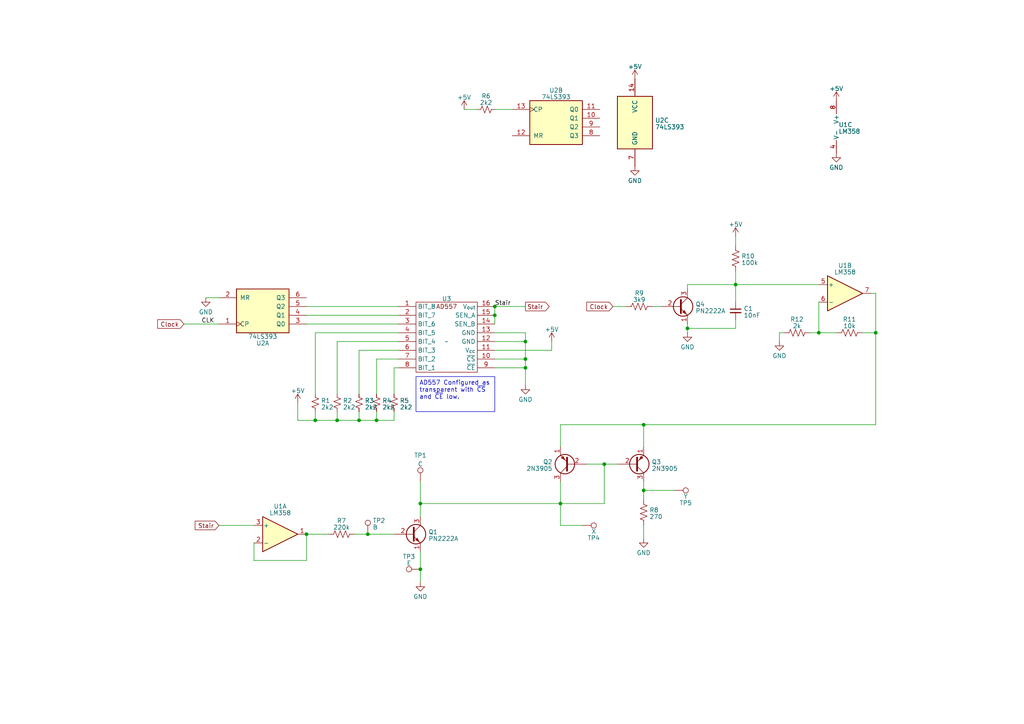
<source format=kicad_sch>
(kicad_sch (version 20230121) (generator eeschema)
  (paper "A4")
  (lib_symbols
    (symbol "74xx:74LS393" (pin_names (offset 1.016))
      (property "Reference" "U" (at -7.62 8.89 0))
      (property "Value" "74LS393" (at -7.62 -8.89 0))
      (symbol "74LS393_1_0"
        (pin input clock (at -12.7 2.54 0) (length 5.08) (name "CP") (number "1"))
        (pin input line (at -12.7 -5.08 0) (length 5.08) (name "MR") (number "2"))
        (pin output line (at 12.7 2.54 180) (length 5.08) (name "Q0") (number "3"))
        (pin output line (at 12.7 0 180) (length 5.08) (name "Q1") (number "4"))
        (pin output line (at 12.7 -2.54 180) (length 5.08) (name "Q2") (number "5"))
        (pin output line (at 12.7 -5.08 180) (length 5.08) (name "Q3") (number "6"))
      )
      (symbol "74LS393_1_1"
        (rectangle (start -7.62 5.08) (end 7.62 -7.62) (stroke (width 0.254)) (fill (type background)))
      )
      (symbol "74LS393_2_0"
        (pin output line (at 12.7 0 180) (length 5.08) (name "Q1") (number "10"))
        (pin output line (at 12.7 2.54 180) (length 5.08) (name "Q0") (number "11"))
        (pin input line (at -12.7 -5.08 0) (length 5.08) (name "MR") (number "12"))
        (pin input clock (at -12.7 2.54 0) (length 5.08) (name "CP") (number "13"))
        (pin output line (at 12.7 -5.08 180) (length 5.08) (name "Q3") (number "8"))
        (pin output line (at 12.7 -2.54 180) (length 5.08) (name "Q2") (number "9"))
      )
      (symbol "74LS393_2_1"
        (rectangle (start -7.62 5.08) (end 7.62 -7.62) (stroke (width 0.254)) (fill (type background)))
      )
      (symbol "74LS393_3_0"
        (pin power_in line (at 0 12.7 270) (length 5.08) (name "VCC") (number "14"))
        (pin power_in line (at 0 -12.7 90) (length 5.08) (name "GND") (number "7"))
      )
      (symbol "74LS393_3_1"
        (rectangle (start -5.08 7.62) (end 5.08 -7.62) (stroke (width 0.254)) (fill (type background)))
      )
    )
    (symbol "Amplifier_Operational:LM358" (pin_names (offset 0.127))
      (property "Reference" "U" (at 0 5.08 0))
      (property "Value" "LM358" (at 0 -5.08 0))
      (symbol "LM358_1_1"
        (polyline (pts (xy -5.08 5.08) (xy 5.08 0) (xy -5.08 -5.08) (xy -5.08 5.08)) (stroke (width 0.254)) (fill (type background)))
        (pin output line (at 7.62 0 180) (length 2.54) (name "~") (number "1"))
        (pin input line (at -7.62 -2.54 0) (length 2.54) (name "-") (number "2"))
        (pin input line (at -7.62 2.54 0) (length 2.54) (name "+") (number "3"))
      )
      (symbol "LM358_2_1"
        (polyline (pts (xy -5.08 5.08) (xy 5.08 0) (xy -5.08 -5.08) (xy -5.08 5.08)) (stroke (width 0.254)) (fill (type background)))
        (pin input line (at -7.62 2.54 0) (length 2.54) (name "+") (number "5"))
        (pin input line (at -7.62 -2.54 0) (length 2.54) (name "-") (number "6"))
        (pin output line (at 7.62 0 180) (length 2.54) (name "~") (number "7"))
      )
      (symbol "LM358_3_1"
        (pin power_in line (at -2.54 -7.62 90) (length 3.81) (name "V-") (number "4"))
        (pin power_in line (at -2.54 7.62 270) (length 3.81) (name "V+") (number "8"))
      )
    )
    (symbol "Connector:TestPoint" (pin_numbers hide) (pin_names (offset 0.762) hide)
      (property "Reference" "TP" (at 0 6.858 0))
      (property "Value" "TestPoint" (at 0 5.08 0))
      (symbol "TestPoint_0_1"
        (circle (center 0 3.302) (radius 0.762))
      )
      (symbol "TestPoint_1_1"
        (pin passive line (at 0 0 90) (length 2.54) (name "1") (number "1"))
      )
    )
    (symbol "Device:C_Small" (pin_numbers hide) (pin_names (offset 0.254) hide)
      (property "Reference" "C" (at 0.254 1.778 0))
      (property "Value" "C_Small" (at 0.254 -2.032 0))
      (symbol "C_Small_0_1"
        (polyline (pts (xy -1.524 -0.508) (xy 1.524 -0.508)) (stroke (width 0.3302)))
        (polyline (pts (xy -1.524 0.508) (xy 1.524 0.508)) (stroke (width 0.3048)))
      )
      (symbol "C_Small_1_1"
        (pin passive line (at 0 2.54 270) (length 2.032) (name "~") (number "1"))
        (pin passive line (at 0 -2.54 90) (length 2.032) (name "~") (number "2"))
      )
    )
    (symbol "Device:R_Small_US" (pin_numbers hide) (pin_names (offset 0.254) hide)
      (property "Reference" "R" (at 0.762 0.508 0))
      (property "Value" "R_Small_US" (at 0.762 -1.016 0))
      (symbol "R_Small_US_1_1"
        (polyline (pts (xy 0 0) (xy 1.016 -0.381) (xy 0 -0.762) (xy -1.016 -1.143) (xy 0 -1.524)))
        (polyline (pts (xy 0 1.524) (xy 1.016 1.143) (xy 0 0.762) (xy -1.016 0.381) (xy 0 0)))
        (pin passive line (at 0 2.54 270) (length 1.016) (name "~") (number "1"))
        (pin passive line (at 0 -2.54 90) (length 1.016) (name "~") (number "2"))
      )
    )
    (symbol "Device:R_US" (pin_numbers hide) (pin_names (offset 0))
      (property "Reference" "R" (at 2.54 0 90))
      (property "Value" "R_US" (at -2.54 0 90))
      (symbol "R_US_0_1"
        (polyline (pts (xy 0 -2.286) (xy 0 -2.54)))
        (polyline (pts (xy 0 2.286) (xy 0 2.54)))
        (polyline (pts (xy 0 -0.762) (xy 1.016 -1.143) (xy 0 -1.524) (xy -1.016 -1.905) (xy 0 -2.286)))
        (polyline (pts (xy 0 0.762) (xy 1.016 0.381) (xy 0 0) (xy -1.016 -0.381) (xy 0 -0.762)))
        (polyline (pts (xy 0 2.286) (xy 1.016 1.905) (xy 0 1.524) (xy -1.016 1.143) (xy 0 0.762)))
      )
      (symbol "R_US_1_1"
        (pin passive line (at 0 3.81 270) (length 1.27) (name "~") (number "1"))
        (pin passive line (at 0 -3.81 90) (length 1.27) (name "~") (number "2"))
      )
    )
    (symbol "Project_Library:AD557"
      (property "Reference" "U" (at 0 -1.27 0))
      (symbol "AD557_0_1"
        (rectangle (start -8.89 10.16) (end 8.89 -10.16))
      )
      (symbol "AD557_1_0"
        (text "AD557" (at 0 8.89 0) (effects (font (size 1.27 1.27))))
      )
      (symbol "AD557_1_1"
        (pin input line (at -13.97 8.89 0) (length 5.08) (name "BIT_8") (number "1"))
        (pin output line (at 13.97 -6.35 180) (length 5.08) (name "~{CS}") (number "10"))
        (pin output line (at 13.97 -3.81 180) (length 5.08) (name "V_{cc}") (number "11"))
        (pin output line (at 13.97 -1.27 180) (length 5.08) (name "GND") (number "12"))
        (pin output line (at 13.97 1.27 180) (length 5.08) (name "GND") (number "13"))
        (pin output line (at 13.97 3.81 180) (length 5.08) (name "SEN_B") (number "14"))
        (pin output line (at 13.97 6.35 180) (length 5.08) (name "SEN_A") (number "15"))
        (pin output line (at 13.97 8.89 180) (length 5.08) (name "V_{out}") (number "16"))
        (pin input line (at -13.97 6.35 0) (length 5.08) (name "BIT_7") (number "2"))
        (pin input line (at -13.97 3.81 0) (length 5.08) (name "BIT_6") (number "3"))
        (pin input line (at -13.97 1.27 0) (length 5.08) (name "BIT_5") (number "4"))
        (pin input line (at -13.97 -1.27 0) (length 5.08) (name "BIT_4") (number "5"))
        (pin input line (at -13.97 -3.81 0) (length 5.08) (name "BIT_3") (number "6"))
        (pin input line (at -13.97 -6.35 0) (length 5.08) (name "BIT_2") (number "7"))
        (pin input line (at -13.97 -8.89 0) (length 5.08) (name "BIT_1") (number "8"))
        (pin output line (at 13.97 -8.89 180) (length 5.08) (name "~{CE}") (number "9"))
      )
    )
    (symbol "Transistor_BJT:2N3905" (pin_names (offset 0) hide)
      (property "Reference" "Q" (at 5.08 1.905 0))
      (property "Value" "2N3905" (at 5.08 0 0))
      (symbol "2N3905_0_1"
        (polyline (pts (xy 0.635 0.635) (xy 2.54 2.54)))
        (polyline (pts (xy 0.635 -0.635) (xy 2.54 -2.54) (xy 2.54 -2.54)))
        (polyline (pts (xy 0.635 1.905) (xy 0.635 -1.905) (xy 0.635 -1.905)) (stroke (width 0.508)))
        (polyline (pts (xy 2.286 -1.778) (xy 1.778 -2.286) (xy 1.27 -1.27) (xy 2.286 -1.778) (xy 2.286 -1.778)) (fill (type outline)))
        (circle (center 1.27 0) (radius 2.8194) (stroke (width 0.254)))
      )
      (symbol "2N3905_1_1"
        (pin passive line (at 2.54 -5.08 90) (length 2.54) (name "E") (number "1"))
        (pin input line (at -5.08 0 0) (length 5.715) (name "B") (number "2"))
        (pin passive line (at 2.54 5.08 270) (length 2.54) (name "C") (number "3"))
      )
    )
    (symbol "Transistor_BJT:PN2222A" (pin_names (offset 0) hide)
      (property "Reference" "Q" (at 5.08 1.905 0))
      (property "Value" "PN2222A" (at 5.08 0 0))
      (symbol "PN2222A_0_1"
        (polyline (pts (xy 0 0) (xy 0.635 0)))
        (polyline (pts (xy 2.54 -2.54) (xy 0.635 -0.635)))
        (polyline (pts (xy 2.54 2.54) (xy 0.635 0.635)))
        (polyline (pts (xy 0.635 1.905) (xy 0.635 -1.905) (xy 0.635 -1.905)) (stroke (width 0.508)))
        (polyline (pts (xy 2.413 -2.413) (xy 1.905 -1.905) (xy 1.905 -1.905)))
        (polyline (pts (xy 1.143 -1.651) (xy 1.651 -1.143) (xy 2.159 -2.159) (xy 1.143 -1.651) (xy 1.143 -1.651)) (fill (type outline)))
        (circle (center 1.27 0) (radius 2.8194) (stroke (width 0.254)))
      )
      (symbol "PN2222A_1_1"
        (pin passive line (at 2.54 -5.08 90) (length 2.54) (name "E") (number "1"))
        (pin input line (at -5.08 0 0) (length 5.08) (name "B") (number "2"))
        (pin passive line (at 2.54 5.08 270) (length 2.54) (name "C") (number "3"))
      )
    )
    (symbol "power:+5V" (power) (pin_names (offset 0))
      (property "Value" "+5V" (at 0 3.556 0))
      (symbol "+5V_0_1"
        (polyline (pts (xy -0.762 1.27) (xy 0 2.54)))
        (polyline (pts (xy 0 0) (xy 0 2.54)))
        (polyline (pts (xy 0 2.54) (xy 0.762 1.27)))
      )
      (symbol "+5V_1_1"
        (pin power_in line (at 0 0 90) (length 0) hide (name "+5V") (number "1"))
      )
    )
    (symbol "power:GND" (power) (pin_names (offset 0))
      (property "Value" "GND" (at 0 -3.81 0))
      (symbol "GND_0_1"
        (polyline (pts (xy 0 0) (xy 0 -1.27) (xy 1.27 -1.27) (xy 0 -2.54) (xy -1.27 -1.27) (xy 0 -1.27)))
      )
      (symbol "GND_1_1"
        (pin power_in line (at 0 0 270) (length 0) hide (name "GND") (number "1"))
      )
    )
  )
  (junction (at 91.44 121.92))
  (junction (at 88.9 154.94))
  (junction (at 186.69 142.24))
  (junction (at 121.92 165.1))
  (junction (at 143.51 91.44))
  (junction (at 175.26 134.62))
  (junction (at 152.4 106.68))
  (junction (at 106.68 154.94))
  (junction (at 213.36 82.55))
  (junction (at 152.4 104.14))
  (junction (at 121.92 146.05))
  (junction (at 152.4 99.06))
  (junction (at 199.39 95.25))
  (junction (at 186.69 123.19))
  (junction (at 104.14 121.92))
  (junction (at 143.51 88.9))
  (junction (at 109.22 121.92))
  (junction (at 254 96.52))
  (junction (at 162.56 146.05))
  (junction (at 237.49 96.52))
  (junction (at 97.79 121.92))
  (wire (pts (xy 91.44 96.52) (xy 91.44 114.3)))
  (wire (pts (xy 162.56 152.4) (xy 162.56 146.05)))
  (wire (pts (xy 160.02 101.6) (xy 143.51 101.6)))
  (wire (pts (xy 213.36 95.25) (xy 199.39 95.25)))
  (wire (pts (xy 143.51 31.75) (xy 148.59 31.75)))
  (wire (pts (xy 152.4 111.76) (xy 152.4 106.68)))
  (wire (pts (xy 143.51 99.06) (xy 152.4 99.06)))
  (wire (pts (xy 114.3 119.38) (xy 114.3 121.92)))
  (wire (pts (xy 199.39 95.25) (xy 199.39 93.98)))
  (wire (pts (xy 121.92 165.1) (xy 121.92 168.91)))
  (wire (pts (xy 114.3 106.68) (xy 114.3 114.3)))
  (wire (pts (xy 115.57 101.6) (xy 104.14 101.6)))
  (wire (pts (xy 213.36 87.63) (xy 213.36 82.55)))
  (wire (pts (xy 121.92 160.02) (xy 121.92 165.1)))
  (wire (pts (xy 86.36 121.92) (xy 91.44 121.92)))
  (wire (pts (xy 143.51 88.9) (xy 152.4 88.9)))
  (wire (pts (xy 114.3 121.92) (xy 109.22 121.92)))
  (wire (pts (xy 121.92 139.7) (xy 121.92 146.05)))
  (wire (pts (xy 195.58 142.24) (xy 186.69 142.24)))
  (wire (pts (xy 186.69 156.21) (xy 186.69 152.4)))
  (wire (pts (xy 199.39 82.55) (xy 199.39 83.82)))
  (wire (pts (xy 254 85.09) (xy 252.73 85.09)))
  (wire (pts (xy 162.56 129.54) (xy 162.56 123.19)))
  (wire (pts (xy 213.36 92.71) (xy 213.36 95.25)))
  (wire (pts (xy 88.9 88.9) (xy 115.57 88.9)))
  (wire (pts (xy 143.51 91.44) (xy 143.51 93.98)))
  (wire (pts (xy 237.49 87.63) (xy 237.49 96.52)))
  (wire (pts (xy 186.69 144.78) (xy 186.69 142.24)))
  (wire (pts (xy 86.36 116.84) (xy 86.36 121.92)))
  (wire (pts (xy 91.44 121.92) (xy 91.44 119.38)))
  (wire (pts (xy 97.79 121.92) (xy 91.44 121.92)))
  (wire (pts (xy 88.9 93.98) (xy 115.57 93.98)))
  (wire (pts (xy 186.69 142.24) (xy 186.69 139.7)))
  (wire (pts (xy 134.62 31.75) (xy 138.43 31.75)))
  (wire (pts (xy 254 96.52) (xy 254 123.19)))
  (wire (pts (xy 152.4 106.68) (xy 152.4 104.14)))
  (wire (pts (xy 88.9 154.94) (xy 88.9 162.56)))
  (wire (pts (xy 143.51 88.9) (xy 143.51 91.44)))
  (wire (pts (xy 199.39 96.52) (xy 199.39 95.25)))
  (wire (pts (xy 104.14 101.6) (xy 104.14 114.3)))
  (wire (pts (xy 162.56 146.05) (xy 121.92 146.05)))
  (wire (pts (xy 175.26 146.05) (xy 175.26 134.62)))
  (wire (pts (xy 88.9 91.44) (xy 115.57 91.44)))
  (wire (pts (xy 213.36 82.55) (xy 237.49 82.55)))
  (wire (pts (xy 226.06 96.52) (xy 227.33 96.52)))
  (wire (pts (xy 213.36 82.55) (xy 199.39 82.55)))
  (wire (pts (xy 59.69 86.36) (xy 63.5 86.36)))
  (wire (pts (xy 109.22 104.14) (xy 115.57 104.14)))
  (wire (pts (xy 170.18 134.62) (xy 175.26 134.62)))
  (wire (pts (xy 186.69 123.19) (xy 186.69 129.54)))
  (wire (pts (xy 109.22 119.38) (xy 109.22 121.92)))
  (wire (pts (xy 109.22 114.3) (xy 109.22 104.14)))
  (wire (pts (xy 189.23 88.9) (xy 191.77 88.9)))
  (wire (pts (xy 160.02 99.06) (xy 160.02 101.6)))
  (wire (pts (xy 254 96.52) (xy 254 85.09)))
  (wire (pts (xy 88.9 162.56) (xy 73.66 162.56)))
  (wire (pts (xy 250.19 96.52) (xy 254 96.52)))
  (wire (pts (xy 237.49 96.52) (xy 242.57 96.52)))
  (wire (pts (xy 73.66 162.56) (xy 73.66 157.48)))
  (wire (pts (xy 168.91 152.4) (xy 162.56 152.4)))
  (wire (pts (xy 152.4 104.14) (xy 152.4 99.06)))
  (wire (pts (xy 88.9 154.94) (xy 95.25 154.94)))
  (wire (pts (xy 152.4 96.52) (xy 152.4 99.06)))
  (wire (pts (xy 97.79 114.3) (xy 97.79 99.06)))
  (wire (pts (xy 121.92 146.05) (xy 121.92 149.86)))
  (wire (pts (xy 104.14 121.92) (xy 97.79 121.92)))
  (wire (pts (xy 226.06 99.06) (xy 226.06 96.52)))
  (wire (pts (xy 162.56 123.19) (xy 186.69 123.19)))
  (wire (pts (xy 115.57 106.68) (xy 114.3 106.68)))
  (wire (pts (xy 104.14 119.38) (xy 104.14 121.92)))
  (wire (pts (xy 143.51 96.52) (xy 152.4 96.52)))
  (wire (pts (xy 97.79 99.06) (xy 115.57 99.06)))
  (wire (pts (xy 175.26 134.62) (xy 179.07 134.62)))
  (wire (pts (xy 254 123.19) (xy 186.69 123.19)))
  (wire (pts (xy 102.87 154.94) (xy 106.68 154.94)))
  (wire (pts (xy 63.5 152.4) (xy 73.66 152.4)))
  (wire (pts (xy 106.68 154.94) (xy 114.3 154.94)))
  (wire (pts (xy 143.51 104.14) (xy 152.4 104.14)))
  (wire (pts (xy 109.22 121.92) (xy 104.14 121.92)))
  (wire (pts (xy 97.79 119.38) (xy 97.79 121.92)))
  (wire (pts (xy 213.36 68.58) (xy 213.36 71.12)))
  (wire (pts (xy 213.36 78.74) (xy 213.36 82.55)))
  (wire (pts (xy 162.56 146.05) (xy 162.56 139.7)))
  (wire (pts (xy 53.34 93.98) (xy 63.5 93.98)))
  (wire (pts (xy 115.57 96.52) (xy 91.44 96.52)))
  (wire (pts (xy 234.95 96.52) (xy 237.49 96.52)))
  (wire (pts (xy 181.61 88.9) (xy 177.8 88.9)))
  (wire (pts (xy 143.51 106.68) (xy 152.4 106.68)))
  (wire (pts (xy 162.56 146.05) (xy 175.26 146.05)))
  (text_box "AD557 Configured as transparent with ~{CS} and ~{CE} low." (at 120.65 109.22 0) (size 22.86 10.16) (effects (font (size 1.27 1.27)) (justify left top)))
  (label "Stair" (at 143.51 88.9 0))
  (label "CLK" (at 58.42 93.98 0))
  (global_label "Stair" (shape output) (at 152.4 88.9 0) (property "Intersheetrefs" "${INTERSHEET_REFS}" (effects hide)))
  (global_label "Clock" (shape input) (at 177.8 88.9 180) (property "Intersheetrefs" "${INTERSHEET_REFS}" (effects hide)))
  (global_label "Clock" (shape input) (at 53.34 93.98 180) (property "Intersheetrefs" "${INTERSHEET_REFS}" (effects hide)))
  (global_label "Stair" (shape input) (at 63.5 152.4 180) (property "Intersheetrefs" "${INTERSHEET_REFS}" (effects hide)))
  (symbol (lib_id "power:+5V") (at 213.36 68.58 0) (unit 1)
    (property "Reference" "#PWR013" (effects hide))
    (property "Value" "+5V" (at 213.36 65.0781 0))
  )
  (symbol (lib_id "Connector:TestPoint") (at 121.92 139.7 0) (unit 1)
    (property "Reference" "TP1" (at 121.92 132.08 0))
    (property "Value" "C" (at 121.92 134.62 0))
  )
  (symbol (lib_id "Device:R_US") (at 213.36 74.93 0) (unit 1)
    (property "Reference" "R10" (at 215.011 74.2863 0) (effects (justify left)))
    (property "Value" "100k" (at 215.011 76.2073 0) (effects (justify left)))
  )
  (symbol (lib_id "power:GND") (at 242.57 44.45 0) (unit 1)
    (property "Reference" "#PWR02" (effects hide))
    (property "Value" "GND" (at 242.57 48.5855 0))
  )
  (symbol (lib_id "power:+5V") (at 86.36 116.84 0) (unit 1)
    (property "Reference" "#PWR08" (effects hide))
    (property "Value" "+5V" (at 86.36 113.3381 0))
  )
  (symbol (lib_id "power:+5V") (at 242.57 29.21 0) (unit 1)
    (property "Reference" "#PWR04" (effects hide))
    (property "Value" "+5V" (at 242.57 25.7081 0))
  )
  (symbol (lib_id "Transistor_BJT:2N3905") (at 165.1 134.62 180) (unit 1)
    (property "Reference" "Q2" (at 160.2486 133.9763 0) (effects (justify left)))
    (property "Value" "2N3905" (at 160.2486 135.8973 0) (effects (justify left)))
    (property "Footprint" "Package_TO_SOT_THT:TO-92_Inline" (effects hide))
    (property "Datasheet" "https://www.nteinc.com/specs/original/2N3905_06.pdf" (effects hide))
  )
  (symbol (lib_id "power:GND") (at 186.69 156.21 0) (unit 1)
    (property "Reference" "#PWR011" (effects hide))
    (property "Value" "GND" (at 186.69 160.3455 0))
  )
  (symbol (lib_id "Device:R_Small_US") (at 97.79 116.84 0) (unit 1)
    (property "Reference" "R2" (at 99.441 116.1963 0) (effects (justify left)))
    (property "Value" "2k2" (at 99.441 118.1173 0) (effects (justify left)))
  )
  (symbol (lib_id "Project_Library:AD557") (at 129.54 97.79 0) (unit 1)
    (property "Reference" "U3" (at 129.54 86.6681 0))
    (property "Value" "~" (at 129.54 99.06 0))
  )
  (symbol (lib_id "Transistor_BJT:2N3905") (at 184.15 134.62 0) (mirror x) (unit 1)
    (property "Reference" "Q3" (at 189.0014 133.9763 0) (effects (justify left)))
    (property "Value" "2N3905" (at 189.0014 135.8973 0) (effects (justify left)))
    (property "Footprint" "Package_TO_SOT_THT:TO-92_Inline" (effects hide))
    (property "Datasheet" "https://www.nteinc.com/specs/original/2N3905_06.pdf" (effects hide))
  )
  (symbol (lib_id "power:GND") (at 121.92 168.91 0) (unit 1)
    (property "Reference" "#PWR010" (effects hide))
    (property "Value" "GND" (at 121.92 173.0455 0))
  )
  (symbol (lib_id "Device:R_Small_US") (at 91.44 116.84 0) (unit 1)
    (property "Reference" "R1" (at 93.091 116.1963 0) (effects (justify left)))
    (property "Value" "2k2" (at 93.091 118.1173 0) (effects (justify left)))
  )
  (symbol (lib_id "power:+5V") (at 184.15 22.86 0) (unit 1)
    (property "Reference" "#PWR05" (effects hide))
    (property "Value" "+5V" (at 184.15 19.3581 0))
  )
  (symbol (lib_id "Transistor_BJT:PN2222A") (at 119.38 154.94 0) (unit 1)
    (property "Reference" "Q1" (at 124.2314 154.2963 0) (effects (justify left)))
    (property "Value" "PN2222A" (at 124.2314 156.2173 0) (effects (justify left)))
    (property "Footprint" "Package_TO_SOT_THT:TO-92_Inline" (effects hide))
    (property "Datasheet" "https://www.onsemi.com/pub/Collateral/PN2222-D.PDF" (effects hide))
  )
  (symbol (lib_id "Connector:TestPoint") (at 195.58 142.24 270) (unit 1)
    (property "Reference" "TP5" (at 198.882 145.8849 90))
    (property "Value" "Y" (at 198.882 143.9639 90))
  )
  (symbol (lib_id "Amplifier_Operational:LM358") (at 245.11 85.09 0) (unit 2)
    (property "Reference" "U1" (at 245.11 77.0001 0))
    (property "Value" "LM358" (at 245.11 78.9211 0))
    (property "Datasheet" "http://www.ti.com/lit/ds/symlink/lm2904-n.pdf" (effects hide))
  )
  (symbol (lib_id "Device:R_US") (at 231.14 96.52 90) (unit 1)
    (property "Reference" "R12" (at 231.14 92.6211 90))
    (property "Value" "2k" (at 231.14 94.5421 90))
  )
  (symbol (lib_id "74xx:74LS393") (at 184.15 35.56 0) (unit 3)
    (property "Reference" "U2" (at 189.992 34.9163 0) (effects (justify left)))
    (property "Value" "74LS393" (at 189.992 36.8373 0) (effects (justify left)))
    (property "Datasheet" "https://www.ti.com/lit/ds/symlink/sn74hc393.pdf?ts=1695720174221&ref_url=https%253A%252F%252Fwww.google.com%252F" (effects hide))
  )
  (symbol (lib_id "power:+5V") (at 134.62 31.75 0) (unit 1)
    (property "Reference" "#PWR09" (effects hide))
    (property "Value" "+5V" (at 134.62 28.2481 0))
  )
  (symbol (lib_id "power:GND") (at 152.4 111.76 0) (unit 1)
    (property "Reference" "#PWR03" (effects hide))
    (property "Value" "GND" (at 152.4 115.8955 0))
  )
  (symbol (lib_id "Device:R_US") (at 186.69 148.59 180) (unit 1)
    (property "Reference" "R8" (at 188.341 147.9463 0) (effects (justify right)))
    (property "Value" "270" (at 188.341 149.8673 0) (effects (justify right)))
  )
  (symbol (lib_id "power:GND") (at 199.39 96.52 0) (unit 1)
    (property "Reference" "#PWR012" (effects hide))
    (property "Value" "GND" (at 199.39 100.6555 0))
  )
  (symbol (lib_id "power:GND") (at 59.69 86.36 0) (unit 1)
    (property "Reference" "#PWR07" (effects hide))
    (property "Value" "GND" (at 59.69 90.4955 0))
  )
  (symbol (lib_id "Connector:TestPoint") (at 106.68 154.94 0) (unit 1)
    (property "Reference" "TP2" (at 108.077 150.9943 0) (effects (justify left)))
    (property "Value" "B" (at 108.077 152.9153 0) (effects (justify left)))
  )
  (symbol (lib_id "74xx:74LS393") (at 76.2 91.44 0) (mirror x) (unit 1)
    (property "Reference" "U2" (at 76.2 99.5299 0))
    (property "Value" "74LS393" (at 76.2 97.6089 0))
    (property "Datasheet" "https://www.ti.com/lit/ds/symlink/sn74hc393.pdf?ts=1695720174221&ref_url=https%253A%252F%252Fwww.google.com%252F" (effects hide))
  )
  (symbol (lib_id "Amplifier_Operational:LM358") (at 245.11 36.83 0) (unit 3)
    (property "Reference" "U1" (at 243.205 36.1863 0) (effects (justify left)))
    (property "Value" "LM358" (at 243.205 38.1073 0) (effects (justify left)))
    (property "Datasheet" "http://www.ti.com/lit/ds/symlink/lm2904-n.pdf" (effects hide))
  )
  (symbol (lib_id "Device:R_US") (at 246.38 96.52 270) (unit 1)
    (property "Reference" "R11" (at 246.38 92.6211 90))
    (property "Value" "10k" (at 246.38 94.5421 90))
  )
  (symbol (lib_id "Amplifier_Operational:LM358") (at 81.28 154.94 0) (unit 1)
    (property "Reference" "U1" (at 81.28 146.8501 0))
    (property "Value" "LM358" (at 81.28 148.7711 0))
    (property "Datasheet" "http://www.ti.com/lit/ds/symlink/lm2904-n.pdf" (effects hide))
  )
  (symbol (lib_id "power:+5V") (at 160.02 99.06 0) (unit 1)
    (property "Reference" "#PWR06" (effects hide))
    (property "Value" "+5V" (at 160.02 95.5581 0))
  )
  (symbol (lib_id "Device:R_Small_US") (at 109.22 116.84 0) (unit 1)
    (property "Reference" "R4" (at 110.871 116.1963 0) (effects (justify left)))
    (property "Value" "2k2" (at 110.871 118.1173 0) (effects (justify left)))
  )
  (symbol (lib_id "Device:R_Small_US") (at 140.97 31.75 90) (unit 1)
    (property "Reference" "R6" (at 140.97 27.8511 90))
    (property "Value" "2k2" (at 140.97 29.7721 90))
  )
  (symbol (lib_id "Device:C_Small") (at 213.36 90.17 0) (unit 1)
    (property "Reference" "C1" (at 215.6841 89.5326 0) (effects (justify left)))
    (property "Value" "10nF" (at 215.6841 91.4536 0) (effects (justify left)))
  )
  (symbol (lib_id "Device:R_Small_US") (at 114.3 116.84 0) (unit 1)
    (property "Reference" "R5" (at 115.951 116.1963 0) (effects (justify left)))
    (property "Value" "2k2" (at 115.951 118.1173 0) (effects (justify left)))
  )
  (symbol (lib_id "Device:R_US") (at 185.42 88.9 270) (unit 1)
    (property "Reference" "R9" (at 185.42 85.0011 90))
    (property "Value" "3k9" (at 185.42 86.9221 90))
  )
  (symbol (lib_id "Transistor_BJT:PN2222A") (at 196.85 88.9 0) (unit 1)
    (property "Reference" "Q4" (at 201.7014 88.2563 0) (effects (justify left)))
    (property "Value" "PN2222A" (at 201.7014 90.1773 0) (effects (justify left)))
    (property "Footprint" "Package_TO_SOT_THT:TO-92_Inline" (effects hide))
    (property "Datasheet" "https://www.onsemi.com/pub/Collateral/PN2222-D.PDF" (effects hide))
  )
  (symbol (lib_id "74xx:74LS393") (at 161.29 34.29 0) (unit 2)
    (property "Reference" "U2" (at 161.29 26.2001 0))
    (property "Value" "74LS393" (at 161.29 28.1211 0))
    (property "Datasheet" "https://www.ti.com/lit/ds/symlink/sn74hc393.pdf?ts=1695720174221&ref_url=https%253A%252F%252Fwww.google.com%252F" (effects hide))
  )
  (symbol (lib_id "Connector:TestPoint") (at 168.91 152.4 270) (unit 1)
    (property "Reference" "TP4" (at 172.212 156.0449 90))
    (property "Value" "X" (at 172.212 154.1239 90))
  )
  (symbol (lib_id "Device:R_US") (at 99.06 154.94 90) (unit 1)
    (property "Reference" "R7" (at 99.06 151.0411 90))
    (property "Value" "220k" (at 99.06 152.9621 90))
  )
  (symbol (lib_id "power:GND") (at 226.06 99.06 0) (unit 1)
    (property "Reference" "#PWR014" (effects hide))
    (property "Value" "GND" (at 226.06 103.1955 0))
  )
  (symbol (lib_id "Device:R_Small_US") (at 104.14 116.84 0) (unit 1)
    (property "Reference" "R3" (at 105.791 116.1963 0) (effects (justify left)))
    (property "Value" "2k2" (at 105.791 118.1173 0) (effects (justify left)))
  )
  (symbol (lib_id "Connector:TestPoint") (at 121.92 165.1 90) (unit 1)
    (property "Reference" "TP3" (at 118.618 161.4551 90))
    (property "Value" "E" (at 118.618 163.3761 90))
  )
  (symbol (lib_id "power:GND") (at 184.15 48.26 0) (unit 1)
    (property "Reference" "#PWR01" (effects hide))
    (property "Value" "GND" (at 184.15 52.3955 0))
  )
)
</source>
